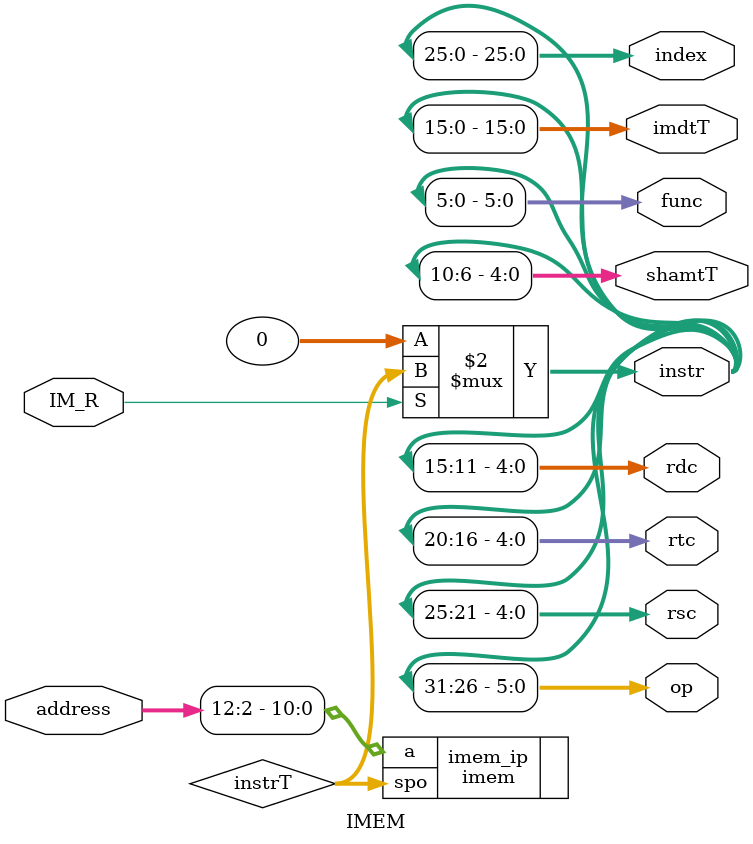
<source format=v>
`timescale 1ns / 1ps
module IMEM(
    input [31:0] address,
    input IM_R,//read a intruction
    output  reg [31:0] instr,
    output [5:0] op,
    output [4:0] rsc,
    output [4:0] rtc,
    output [4:0] rdc,
    output [4:0] shamtT,
    output [5:0] func,
    output [15:0] imdtT,//immediate
    output [25:0] index

);
    assign op=instr[31:26];
    assign rsc=instr[25:21];
    assign rtc=instr[20:16];
    assign rdc=instr[15:11];
    assign shamtT=instr[10:6];
    assign func=instr[5:0];
    assign imdtT=instr[15:0];
    assign index=instr[25:0];
    wire [31:0]instrT;
    always @(*) begin
        instr=IM_R?instrT : 32'h0;
    end
    imem imem_ip(
        .a(address[12:2]),
        .spo(instrT)
    );
//    reg [31:0] IMEM [0:2047];
//    assign instr=IMEM[address[12:2]];
//    initial begin
//         $readmemb("E:/github/cpu31/test_datas/_1_addi.txt", IMEM);
//        //$readmemb("E:/github/cpu31/test_datas/_1_addiu.txt", IMEM);
//        //$readmemb("E:/github/cpu31/test_datas/_1_lui.txt", IMEM);
//        //$readmemb("E:/github/cpu31/test_datas/_2_add.txt", IMEM);
//        //$readmemb("E:/github/cpu31/test_datas/_2_addu.txt", IMEM);
//        //$readmemb("E:/github/cpu31/test_datas/_2_and.txt", IMEM);
//        //$readmemb("E:/github/cpu31/test_datas/_2_andi.txt", IMEM);
//        //$readmemb("E:/github/cpu31/test_datas/_2_lwsw.txt", IMEM);
//        //$readmemb("E:/github/cpu31/test_datas/_2_lwsw2.txt", IMEM);
//       // $readmemb("E:/github/cpu31/test_datas/_2_nor.txt", IMEM);
//        //$readmemb("E:/github/cpu31/test_datas/_2_or.txt", IMEM);
//        //$readmemb("E:/github/cpu31/test_datas/_2_ori.txt", IMEM);
//        //$readmemb("E:/github/cpu31/test_datas/_2_sll.txt", IMEM);
//        //$readmemb("E:/github/cpu31/test_datas/_2_sllv.txt", IMEM);
//        //$readmemb("E:/github/cpu31/test_datas/_2_slt.txt", IMEM);
//        //$readmemb("E:/github/cpu31/test_datas/_2_slti.txt", IMEM);
//        //$readmemb("E:/github/cpu31/test_datas/_2_sltiu.txt", IMEM);
//        //$readmemb("E:/github/cpu31/test_datas/_2_sltu.txt", IMEM);
//        //$readmemb("E:/github/cpu31/test_datas/_2_sra.txt", IMEM);
//        //$readmemb("E:/github/cpu31/test_datas/_2_srav.txt", IMEM);
//        //$readmemb("E:/github/cpu31/test_datas/_2_srl.txt", IMEM);
//        //$readmemb("E:/github/cpu31/test_datas/_2_srlv.txt", IMEM);
//        //$readmemb("E:/github/cpu31/test_datas/_2_sub.txt", IMEM);
//        //$readmemb("E:/github/cpu31/test_datas/_2_subu.txt", IMEM);
//        //$readmemb("E:/github/cpu31/test_datas/_2_xor.txt", IMEM);
//        //$readmemb("E:/github/cpu31/test_datas/_2_xori.txt", IMEM);
//        //$readmemb("E:/github/cpu31/test_datas/_3.5_beq.txt", IMEM);
//        //$readmemb("E:/github/cpu31/test_datas/_3.5_bne.txt", IMEM);
//        //$readmemb("E:/github/cpu31/test_datas/_3_j.txt", IMEM);
//        //$readmemb("E:/github/cpu31/test_datas/_3_jal.txt", IMEM);
//        //$readmemb("E:/github/cpu31/test_datas/_4_jr.txt", IMEM);

//    end


endmodule
</source>
